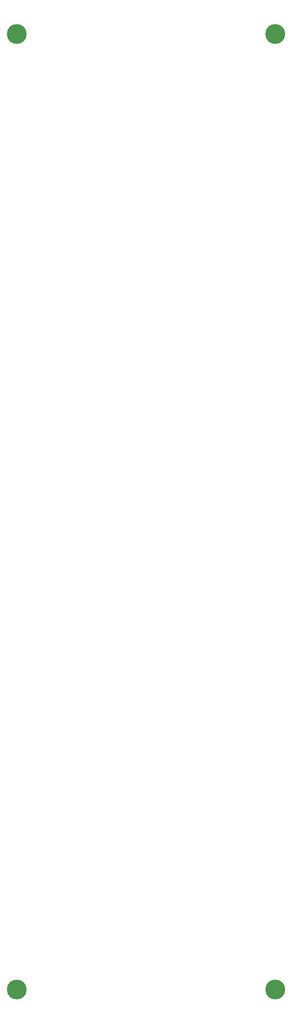
<source format=gbr>
%TF.GenerationSoftware,KiCad,Pcbnew,8.0.0*%
%TF.CreationDate,2024-03-14T18:24:49+00:00*%
%TF.ProjectId,ToastedBreadBoard128,546f6173-7465-4644-9272-656164426f61,rev?*%
%TF.SameCoordinates,Original*%
%TF.FileFunction,Paste,Bot*%
%TF.FilePolarity,Positive*%
%FSLAX46Y46*%
G04 Gerber Fmt 4.6, Leading zero omitted, Abs format (unit mm)*
G04 Created by KiCad (PCBNEW 8.0.0) date 2024-03-14 18:24:49*
%MOMM*%
%LPD*%
G01*
G04 APERTURE LIST*
%ADD10C,3.500000*%
G04 APERTURE END LIST*
D10*
%TO.C,H3*%
X151130000Y-194310000D03*
%TD*%
%TO.C,H1*%
X105410000Y-25400000D03*
%TD*%
%TO.C,H4*%
X105410000Y-194310000D03*
%TD*%
%TO.C,H2*%
X151130000Y-25400000D03*
%TD*%
M02*

</source>
